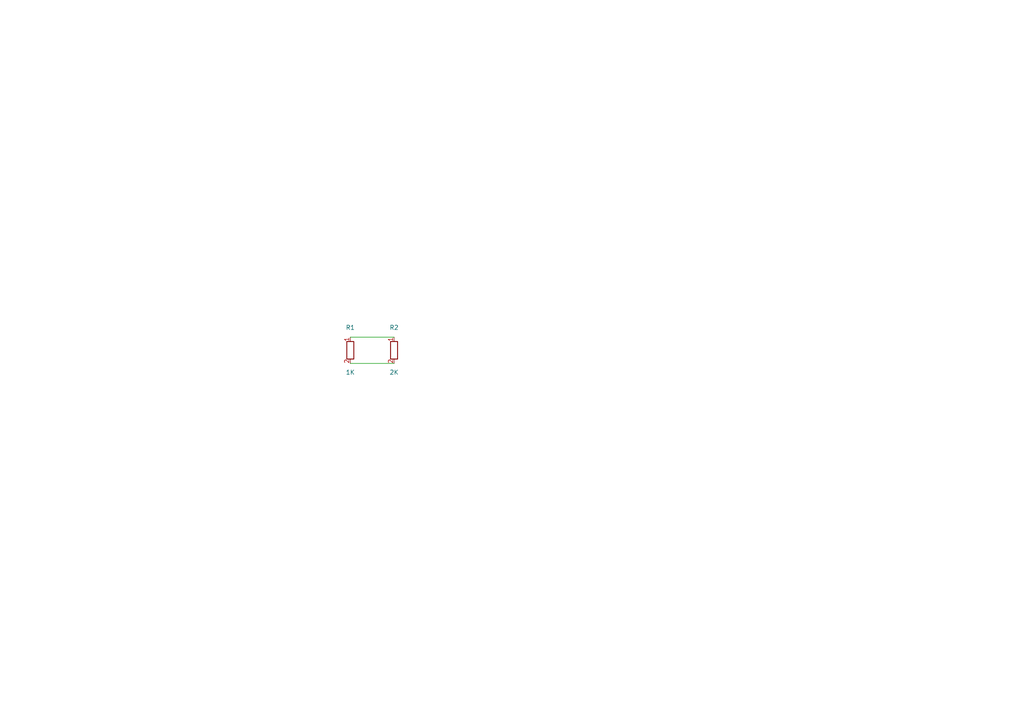
<source format=kicad_sch>
(kicad_sch (version 20260101) (generator eeschema)
  (paper "A4")
  (lib_symbols
    (symbol "Device:R"
      (property "Reference" "R" (at -1.016 0 90))
      (property "Value" "R" (at 1.016 0 90))
      (symbol "R_0_1"
        (rectangle (start -1.016 -2.54) (end 1.016 2.54) (stroke (width 0.254)))
      )
      (symbol "R_1_1"
        (pin passive line (at 0 3.81 270) (length 1.27) (name "~") (number "1"))
        (pin passive line (at 0 -3.81 90) (length 1.27) (name "~") (number "2"))
      )
    )
  )
  (symbol (lib_id "Device:R") (at 101.6 101.6 0) (unit 1)
    (property "Reference" "R1" (at 101.6 95 0))
    (property "Value" "1K" (at 101.6 108 0))
  )
  (symbol (lib_id "Device:R") (at 114.3 101.6 0) (unit 1)
    (property "Reference" "R2" (at 114.3 95 0))
    (property "Value" "2K" (at 114.3 108 0))
  )
  (wire (pts (xy 101.6 97.79) (xy 114.3 97.79)))
  (wire (pts (xy 101.6 105.41) (xy 114.3 105.41)))
)
</source>
